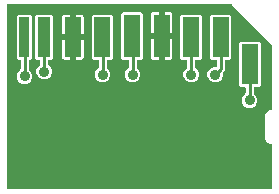
<source format=gbr>
G04 EAGLE Gerber RS-274X export*
G75*
%MOMM*%
%FSLAX34Y34*%
%LPD*%
%INBottom Copper*%
%IPPOS*%
%AMOC8*
5,1,8,0,0,1.08239X$1,22.5*%
G01*
%ADD10R,1.400000X3.400000*%
%ADD11R,1.400000X3.600000*%
%ADD12R,1.100000X3.400000*%
%ADD13R,0.900000X3.400000*%
%ADD14C,0.908000*%
%ADD15C,0.254000*%

G36*
X231228Y155682D02*
X231228Y155682D01*
X231347Y155689D01*
X231385Y155702D01*
X231426Y155707D01*
X231536Y155750D01*
X231649Y155787D01*
X231684Y155809D01*
X231721Y155824D01*
X231817Y155893D01*
X231918Y155957D01*
X231946Y155987D01*
X231979Y156010D01*
X232055Y156102D01*
X232136Y156189D01*
X232156Y156224D01*
X232181Y156255D01*
X232232Y156363D01*
X232290Y156467D01*
X232300Y156507D01*
X232317Y156543D01*
X232339Y156660D01*
X232369Y156775D01*
X232373Y156835D01*
X232377Y156855D01*
X232375Y156876D01*
X232379Y156936D01*
X232379Y193110D01*
X232364Y193228D01*
X232357Y193347D01*
X232344Y193385D01*
X232339Y193426D01*
X232296Y193536D01*
X232259Y193649D01*
X232237Y193684D01*
X232222Y193721D01*
X232153Y193817D01*
X232089Y193918D01*
X232059Y193946D01*
X232036Y193979D01*
X231944Y194055D01*
X231857Y194136D01*
X231822Y194156D01*
X231791Y194181D01*
X231683Y194232D01*
X231579Y194290D01*
X231539Y194300D01*
X231503Y194317D01*
X231386Y194339D01*
X231271Y194369D01*
X231211Y194373D01*
X231191Y194377D01*
X231170Y194375D01*
X231110Y194379D01*
X230449Y194379D01*
X228582Y195153D01*
X227153Y196582D01*
X226379Y198449D01*
X226379Y218471D01*
X227153Y220338D01*
X228582Y221767D01*
X230449Y222541D01*
X231110Y222541D01*
X231228Y222556D01*
X231347Y222563D01*
X231385Y222576D01*
X231426Y222581D01*
X231536Y222624D01*
X231649Y222661D01*
X231684Y222683D01*
X231721Y222698D01*
X231817Y222767D01*
X231918Y222831D01*
X231946Y222861D01*
X231979Y222884D01*
X232055Y222976D01*
X232136Y223063D01*
X232156Y223098D01*
X232181Y223129D01*
X232232Y223237D01*
X232290Y223341D01*
X232300Y223381D01*
X232317Y223417D01*
X232339Y223534D01*
X232369Y223649D01*
X232373Y223709D01*
X232377Y223729D01*
X232375Y223750D01*
X232379Y223810D01*
X232379Y277370D01*
X232367Y277468D01*
X232364Y277567D01*
X232347Y277625D01*
X232339Y277685D01*
X232303Y277777D01*
X232275Y277872D01*
X232245Y277925D01*
X232222Y277981D01*
X232164Y278061D01*
X232114Y278146D01*
X232048Y278222D01*
X232036Y278238D01*
X232026Y278246D01*
X232008Y278267D01*
X198267Y312008D01*
X198189Y312068D01*
X198117Y312136D01*
X198064Y312165D01*
X198016Y312202D01*
X197925Y312242D01*
X197838Y312290D01*
X197780Y312305D01*
X197724Y312329D01*
X197626Y312344D01*
X197530Y312369D01*
X197430Y312375D01*
X197410Y312379D01*
X197398Y312377D01*
X197370Y312379D01*
X8890Y312379D01*
X8772Y312364D01*
X8653Y312357D01*
X8615Y312344D01*
X8574Y312339D01*
X8464Y312296D01*
X8351Y312259D01*
X8316Y312237D01*
X8279Y312222D01*
X8183Y312153D01*
X8082Y312089D01*
X8054Y312059D01*
X8021Y312036D01*
X7945Y311944D01*
X7864Y311857D01*
X7844Y311822D01*
X7819Y311791D01*
X7768Y311683D01*
X7710Y311579D01*
X7700Y311539D01*
X7683Y311503D01*
X7661Y311386D01*
X7631Y311271D01*
X7627Y311211D01*
X7623Y311191D01*
X7625Y311170D01*
X7621Y311110D01*
X7621Y156936D01*
X7636Y156818D01*
X7643Y156699D01*
X7656Y156661D01*
X7661Y156620D01*
X7704Y156510D01*
X7741Y156397D01*
X7763Y156362D01*
X7778Y156325D01*
X7847Y156229D01*
X7911Y156128D01*
X7941Y156100D01*
X7964Y156067D01*
X8056Y155991D01*
X8143Y155910D01*
X8178Y155890D01*
X8209Y155865D01*
X8317Y155814D01*
X8421Y155756D01*
X8461Y155746D01*
X8497Y155729D01*
X8614Y155707D01*
X8729Y155677D01*
X8789Y155673D01*
X8809Y155669D01*
X8830Y155671D01*
X8890Y155667D01*
X231110Y155667D01*
X231228Y155682D01*
G37*
%LPC*%
G36*
X112993Y246157D02*
X112993Y246157D01*
X110577Y247158D01*
X108728Y249007D01*
X107727Y251423D01*
X107727Y254037D01*
X108728Y256453D01*
X110626Y258351D01*
X110686Y258429D01*
X110754Y258501D01*
X110783Y258554D01*
X110820Y258602D01*
X110860Y258693D01*
X110908Y258780D01*
X110923Y258838D01*
X110947Y258894D01*
X110962Y258992D01*
X110987Y259088D01*
X110993Y259188D01*
X110997Y259208D01*
X110995Y259220D01*
X110997Y259248D01*
X110997Y264258D01*
X110982Y264376D01*
X110975Y264495D01*
X110962Y264533D01*
X110957Y264574D01*
X110914Y264684D01*
X110877Y264797D01*
X110855Y264832D01*
X110840Y264869D01*
X110771Y264965D01*
X110707Y265066D01*
X110677Y265094D01*
X110654Y265127D01*
X110562Y265203D01*
X110475Y265284D01*
X110440Y265304D01*
X110409Y265329D01*
X110301Y265380D01*
X110197Y265438D01*
X110157Y265448D01*
X110121Y265465D01*
X110004Y265487D01*
X109889Y265517D01*
X109829Y265521D01*
X109809Y265525D01*
X109788Y265523D01*
X109728Y265527D01*
X105908Y265527D01*
X104717Y266718D01*
X104717Y304402D01*
X105908Y305593D01*
X121592Y305593D01*
X122783Y304402D01*
X122783Y266718D01*
X121592Y265527D01*
X118872Y265527D01*
X118754Y265512D01*
X118635Y265505D01*
X118597Y265492D01*
X118556Y265487D01*
X118446Y265444D01*
X118333Y265407D01*
X118298Y265385D01*
X118261Y265370D01*
X118165Y265301D01*
X118064Y265237D01*
X118036Y265207D01*
X118003Y265184D01*
X117927Y265092D01*
X117846Y265005D01*
X117826Y264970D01*
X117801Y264939D01*
X117750Y264831D01*
X117692Y264727D01*
X117682Y264687D01*
X117665Y264651D01*
X117643Y264534D01*
X117613Y264419D01*
X117609Y264359D01*
X117605Y264339D01*
X117607Y264318D01*
X117603Y264258D01*
X117603Y259248D01*
X117615Y259150D01*
X117618Y259051D01*
X117635Y258993D01*
X117643Y258933D01*
X117679Y258841D01*
X117707Y258746D01*
X117737Y258693D01*
X117760Y258637D01*
X117818Y258557D01*
X117868Y258472D01*
X117934Y258396D01*
X117946Y258380D01*
X117956Y258372D01*
X117974Y258351D01*
X119872Y256453D01*
X120873Y254037D01*
X120873Y251423D01*
X119872Y249007D01*
X118023Y247158D01*
X115607Y246157D01*
X112993Y246157D01*
G37*
%LPD*%
%LPC*%
G36*
X182843Y246157D02*
X182843Y246157D01*
X180427Y247158D01*
X178578Y249007D01*
X177577Y251423D01*
X177577Y254037D01*
X178578Y256453D01*
X180427Y258302D01*
X182843Y259303D01*
X184658Y259303D01*
X184776Y259318D01*
X184895Y259325D01*
X184933Y259338D01*
X184974Y259343D01*
X185084Y259386D01*
X185197Y259423D01*
X185232Y259445D01*
X185269Y259460D01*
X185365Y259529D01*
X185466Y259593D01*
X185494Y259623D01*
X185527Y259646D01*
X185603Y259738D01*
X185684Y259825D01*
X185704Y259860D01*
X185729Y259891D01*
X185780Y259999D01*
X185838Y260103D01*
X185848Y260143D01*
X185865Y260179D01*
X185887Y260296D01*
X185917Y260411D01*
X185921Y260471D01*
X185925Y260491D01*
X185923Y260512D01*
X185927Y260572D01*
X185927Y264258D01*
X185912Y264376D01*
X185905Y264495D01*
X185892Y264533D01*
X185887Y264574D01*
X185844Y264684D01*
X185807Y264797D01*
X185785Y264832D01*
X185770Y264869D01*
X185701Y264965D01*
X185637Y265066D01*
X185607Y265094D01*
X185584Y265127D01*
X185492Y265203D01*
X185405Y265284D01*
X185370Y265304D01*
X185339Y265329D01*
X185231Y265380D01*
X185127Y265438D01*
X185087Y265448D01*
X185051Y265465D01*
X184934Y265487D01*
X184819Y265517D01*
X184759Y265521D01*
X184739Y265525D01*
X184718Y265523D01*
X184658Y265527D01*
X180908Y265527D01*
X179717Y266718D01*
X179717Y302402D01*
X180908Y303593D01*
X196592Y303593D01*
X197783Y302402D01*
X197783Y266718D01*
X196592Y265527D01*
X193802Y265527D01*
X193684Y265512D01*
X193565Y265505D01*
X193527Y265492D01*
X193486Y265487D01*
X193376Y265444D01*
X193263Y265407D01*
X193228Y265385D01*
X193191Y265370D01*
X193095Y265301D01*
X192994Y265237D01*
X192966Y265207D01*
X192933Y265184D01*
X192857Y265092D01*
X192776Y265005D01*
X192756Y264970D01*
X192731Y264939D01*
X192680Y264831D01*
X192622Y264727D01*
X192612Y264687D01*
X192595Y264651D01*
X192573Y264534D01*
X192543Y264419D01*
X192539Y264359D01*
X192535Y264339D01*
X192537Y264318D01*
X192533Y264258D01*
X192533Y256442D01*
X191094Y255004D01*
X191034Y254925D01*
X190966Y254853D01*
X190937Y254800D01*
X190900Y254752D01*
X190860Y254661D01*
X190812Y254575D01*
X190797Y254516D01*
X190773Y254461D01*
X190758Y254363D01*
X190733Y254267D01*
X190727Y254167D01*
X190723Y254146D01*
X190725Y254134D01*
X190723Y254106D01*
X190723Y251423D01*
X189722Y249007D01*
X187873Y247158D01*
X185457Y246157D01*
X182843Y246157D01*
G37*
%LPD*%
%LPC*%
G36*
X162523Y246157D02*
X162523Y246157D01*
X160107Y247158D01*
X158258Y249007D01*
X157257Y251423D01*
X157257Y254037D01*
X158258Y256453D01*
X160156Y258351D01*
X160216Y258429D01*
X160284Y258501D01*
X160313Y258554D01*
X160350Y258602D01*
X160390Y258693D01*
X160438Y258780D01*
X160453Y258838D01*
X160477Y258894D01*
X160492Y258992D01*
X160517Y259088D01*
X160523Y259188D01*
X160527Y259208D01*
X160525Y259220D01*
X160527Y259248D01*
X160527Y264258D01*
X160512Y264376D01*
X160505Y264495D01*
X160492Y264533D01*
X160487Y264574D01*
X160444Y264684D01*
X160407Y264797D01*
X160385Y264832D01*
X160370Y264869D01*
X160301Y264965D01*
X160237Y265066D01*
X160207Y265094D01*
X160184Y265127D01*
X160092Y265203D01*
X160005Y265284D01*
X159970Y265304D01*
X159939Y265329D01*
X159831Y265380D01*
X159727Y265438D01*
X159687Y265448D01*
X159651Y265465D01*
X159534Y265487D01*
X159419Y265517D01*
X159359Y265521D01*
X159339Y265525D01*
X159318Y265523D01*
X159258Y265527D01*
X155908Y265527D01*
X154717Y266718D01*
X154717Y302402D01*
X155908Y303593D01*
X171592Y303593D01*
X172783Y302402D01*
X172783Y266718D01*
X171592Y265527D01*
X168402Y265527D01*
X168284Y265512D01*
X168165Y265505D01*
X168127Y265492D01*
X168086Y265487D01*
X167976Y265444D01*
X167863Y265407D01*
X167828Y265385D01*
X167791Y265370D01*
X167695Y265301D01*
X167594Y265237D01*
X167566Y265207D01*
X167533Y265184D01*
X167457Y265092D01*
X167376Y265005D01*
X167356Y264970D01*
X167331Y264939D01*
X167280Y264831D01*
X167222Y264727D01*
X167212Y264687D01*
X167195Y264651D01*
X167173Y264534D01*
X167143Y264419D01*
X167139Y264359D01*
X167135Y264339D01*
X167137Y264318D01*
X167133Y264258D01*
X167133Y259248D01*
X167145Y259150D01*
X167148Y259051D01*
X167165Y258993D01*
X167173Y258933D01*
X167209Y258841D01*
X167237Y258746D01*
X167267Y258693D01*
X167290Y258637D01*
X167348Y258557D01*
X167398Y258472D01*
X167464Y258396D01*
X167476Y258380D01*
X167486Y258372D01*
X167504Y258351D01*
X169402Y256453D01*
X170403Y254037D01*
X170403Y251423D01*
X169402Y249007D01*
X167553Y247158D01*
X165137Y246157D01*
X162523Y246157D01*
G37*
%LPD*%
%LPC*%
G36*
X87593Y246157D02*
X87593Y246157D01*
X85177Y247158D01*
X83328Y249007D01*
X82327Y251423D01*
X82327Y254037D01*
X83328Y256453D01*
X85226Y258351D01*
X85286Y258429D01*
X85354Y258501D01*
X85383Y258554D01*
X85420Y258602D01*
X85460Y258693D01*
X85508Y258780D01*
X85523Y258838D01*
X85547Y258894D01*
X85562Y258992D01*
X85587Y259088D01*
X85593Y259188D01*
X85597Y259208D01*
X85595Y259220D01*
X85597Y259248D01*
X85597Y264258D01*
X85582Y264376D01*
X85575Y264495D01*
X85562Y264533D01*
X85557Y264574D01*
X85514Y264684D01*
X85477Y264797D01*
X85455Y264832D01*
X85440Y264869D01*
X85371Y264965D01*
X85307Y265066D01*
X85277Y265094D01*
X85254Y265127D01*
X85162Y265203D01*
X85075Y265284D01*
X85040Y265304D01*
X85009Y265329D01*
X84901Y265380D01*
X84797Y265438D01*
X84757Y265448D01*
X84721Y265465D01*
X84604Y265487D01*
X84489Y265517D01*
X84429Y265521D01*
X84409Y265525D01*
X84388Y265523D01*
X84328Y265527D01*
X80908Y265527D01*
X79717Y266718D01*
X79717Y302402D01*
X80908Y303593D01*
X96592Y303593D01*
X97783Y302402D01*
X97783Y266718D01*
X96592Y265527D01*
X93472Y265527D01*
X93354Y265512D01*
X93235Y265505D01*
X93197Y265492D01*
X93156Y265487D01*
X93046Y265444D01*
X92933Y265407D01*
X92898Y265385D01*
X92861Y265370D01*
X92765Y265301D01*
X92664Y265237D01*
X92636Y265207D01*
X92603Y265184D01*
X92527Y265092D01*
X92446Y265005D01*
X92426Y264970D01*
X92401Y264939D01*
X92350Y264831D01*
X92292Y264727D01*
X92282Y264687D01*
X92265Y264651D01*
X92243Y264534D01*
X92213Y264419D01*
X92209Y264359D01*
X92205Y264339D01*
X92207Y264318D01*
X92203Y264258D01*
X92203Y259248D01*
X92215Y259150D01*
X92218Y259051D01*
X92235Y258993D01*
X92243Y258933D01*
X92279Y258841D01*
X92307Y258746D01*
X92337Y258693D01*
X92360Y258637D01*
X92418Y258557D01*
X92468Y258472D01*
X92534Y258396D01*
X92546Y258380D01*
X92556Y258372D01*
X92574Y258351D01*
X94472Y256453D01*
X95473Y254037D01*
X95473Y251423D01*
X94472Y249007D01*
X92623Y247158D01*
X90207Y246157D01*
X87593Y246157D01*
G37*
%LPD*%
%LPC*%
G36*
X212053Y224567D02*
X212053Y224567D01*
X209637Y225568D01*
X207788Y227417D01*
X206787Y229833D01*
X206787Y232447D01*
X207788Y234863D01*
X209686Y236761D01*
X209746Y236839D01*
X209814Y236911D01*
X209843Y236964D01*
X209880Y237012D01*
X209920Y237103D01*
X209968Y237190D01*
X209983Y237248D01*
X210007Y237304D01*
X210022Y237402D01*
X210047Y237498D01*
X210053Y237598D01*
X210057Y237618D01*
X210055Y237630D01*
X210057Y237658D01*
X210057Y241258D01*
X210042Y241376D01*
X210035Y241495D01*
X210022Y241533D01*
X210017Y241574D01*
X209974Y241684D01*
X209937Y241797D01*
X209915Y241832D01*
X209900Y241869D01*
X209831Y241965D01*
X209767Y242066D01*
X209737Y242094D01*
X209714Y242127D01*
X209622Y242203D01*
X209535Y242284D01*
X209500Y242304D01*
X209469Y242329D01*
X209361Y242380D01*
X209257Y242438D01*
X209217Y242448D01*
X209181Y242465D01*
X209064Y242487D01*
X208949Y242517D01*
X208889Y242521D01*
X208869Y242525D01*
X208848Y242523D01*
X208788Y242527D01*
X205908Y242527D01*
X204717Y243718D01*
X204717Y279402D01*
X205908Y280593D01*
X221592Y280593D01*
X222783Y279402D01*
X222783Y243718D01*
X221592Y242527D01*
X217932Y242527D01*
X217814Y242512D01*
X217695Y242505D01*
X217657Y242492D01*
X217616Y242487D01*
X217506Y242444D01*
X217393Y242407D01*
X217358Y242385D01*
X217321Y242370D01*
X217225Y242301D01*
X217124Y242237D01*
X217096Y242207D01*
X217063Y242184D01*
X216987Y242092D01*
X216906Y242005D01*
X216886Y241970D01*
X216861Y241939D01*
X216810Y241831D01*
X216752Y241727D01*
X216742Y241687D01*
X216725Y241651D01*
X216703Y241534D01*
X216673Y241419D01*
X216669Y241359D01*
X216665Y241339D01*
X216667Y241318D01*
X216663Y241258D01*
X216663Y237658D01*
X216675Y237560D01*
X216678Y237461D01*
X216695Y237403D01*
X216703Y237343D01*
X216739Y237251D01*
X216767Y237156D01*
X216797Y237103D01*
X216820Y237047D01*
X216878Y236967D01*
X216928Y236882D01*
X216994Y236806D01*
X217006Y236790D01*
X217016Y236782D01*
X217034Y236761D01*
X218932Y234863D01*
X219933Y232447D01*
X219933Y229833D01*
X218932Y227417D01*
X217083Y225568D01*
X214667Y224567D01*
X212053Y224567D01*
G37*
%LPD*%
%LPC*%
G36*
X38063Y248697D02*
X38063Y248697D01*
X35647Y249698D01*
X33798Y251547D01*
X32797Y253963D01*
X32797Y256577D01*
X33798Y258993D01*
X35696Y260891D01*
X35756Y260969D01*
X35824Y261041D01*
X35853Y261094D01*
X35890Y261142D01*
X35930Y261233D01*
X35978Y261320D01*
X35993Y261378D01*
X36017Y261434D01*
X36032Y261532D01*
X36057Y261628D01*
X36063Y261728D01*
X36067Y261748D01*
X36065Y261760D01*
X36067Y261788D01*
X36067Y264258D01*
X36052Y264376D01*
X36045Y264495D01*
X36032Y264533D01*
X36027Y264574D01*
X35984Y264684D01*
X35947Y264797D01*
X35925Y264832D01*
X35910Y264869D01*
X35841Y264965D01*
X35777Y265066D01*
X35747Y265094D01*
X35724Y265127D01*
X35632Y265203D01*
X35545Y265284D01*
X35510Y265304D01*
X35479Y265329D01*
X35371Y265380D01*
X35267Y265438D01*
X35227Y265448D01*
X35191Y265465D01*
X35074Y265487D01*
X34959Y265517D01*
X34899Y265521D01*
X34879Y265525D01*
X34858Y265523D01*
X34798Y265527D01*
X33158Y265527D01*
X31967Y266718D01*
X31967Y302402D01*
X33158Y303593D01*
X45842Y303593D01*
X47033Y302402D01*
X47033Y266718D01*
X45842Y265527D01*
X43942Y265527D01*
X43824Y265512D01*
X43705Y265505D01*
X43667Y265492D01*
X43626Y265487D01*
X43516Y265444D01*
X43403Y265407D01*
X43368Y265385D01*
X43331Y265370D01*
X43235Y265301D01*
X43134Y265237D01*
X43106Y265207D01*
X43073Y265184D01*
X42997Y265092D01*
X42916Y265005D01*
X42896Y264970D01*
X42871Y264939D01*
X42820Y264831D01*
X42762Y264727D01*
X42752Y264687D01*
X42735Y264651D01*
X42713Y264534D01*
X42683Y264419D01*
X42679Y264359D01*
X42675Y264339D01*
X42677Y264318D01*
X42673Y264258D01*
X42673Y261788D01*
X42685Y261690D01*
X42688Y261591D01*
X42705Y261533D01*
X42713Y261473D01*
X42749Y261381D01*
X42777Y261286D01*
X42807Y261233D01*
X42830Y261177D01*
X42888Y261097D01*
X42938Y261012D01*
X43004Y260936D01*
X43016Y260920D01*
X43026Y260912D01*
X43044Y260891D01*
X44942Y258993D01*
X45943Y256577D01*
X45943Y253963D01*
X44942Y251547D01*
X43093Y249698D01*
X40677Y248697D01*
X38063Y248697D01*
G37*
%LPD*%
%LPC*%
G36*
X21553Y244887D02*
X21553Y244887D01*
X19137Y245888D01*
X17288Y247737D01*
X16287Y250153D01*
X16287Y252767D01*
X17288Y255183D01*
X19186Y257081D01*
X19246Y257159D01*
X19314Y257231D01*
X19343Y257284D01*
X19380Y257332D01*
X19420Y257423D01*
X19468Y257510D01*
X19483Y257568D01*
X19507Y257624D01*
X19522Y257722D01*
X19547Y257818D01*
X19553Y257918D01*
X19557Y257938D01*
X19555Y257950D01*
X19557Y257978D01*
X19557Y264258D01*
X19542Y264376D01*
X19535Y264495D01*
X19522Y264533D01*
X19517Y264574D01*
X19474Y264684D01*
X19437Y264797D01*
X19415Y264832D01*
X19400Y264869D01*
X19331Y264965D01*
X19267Y265066D01*
X19237Y265094D01*
X19214Y265127D01*
X19122Y265203D01*
X19035Y265284D01*
X19000Y265304D01*
X18969Y265329D01*
X18861Y265380D01*
X18757Y265438D01*
X18717Y265448D01*
X18681Y265465D01*
X18564Y265487D01*
X18449Y265517D01*
X18389Y265521D01*
X18369Y265525D01*
X18348Y265523D01*
X18288Y265527D01*
X17158Y265527D01*
X15967Y266718D01*
X15967Y302402D01*
X17158Y303593D01*
X27842Y303593D01*
X29033Y302402D01*
X29033Y266718D01*
X27842Y265527D01*
X27432Y265527D01*
X27314Y265512D01*
X27195Y265505D01*
X27157Y265492D01*
X27116Y265487D01*
X27006Y265444D01*
X26893Y265407D01*
X26858Y265385D01*
X26821Y265370D01*
X26725Y265301D01*
X26624Y265237D01*
X26596Y265207D01*
X26563Y265184D01*
X26487Y265092D01*
X26406Y265005D01*
X26386Y264970D01*
X26361Y264939D01*
X26310Y264831D01*
X26252Y264727D01*
X26242Y264687D01*
X26225Y264651D01*
X26203Y264534D01*
X26173Y264419D01*
X26169Y264359D01*
X26165Y264339D01*
X26167Y264318D01*
X26163Y264258D01*
X26163Y257978D01*
X26175Y257880D01*
X26178Y257781D01*
X26195Y257723D01*
X26203Y257663D01*
X26239Y257571D01*
X26267Y257476D01*
X26297Y257423D01*
X26320Y257367D01*
X26378Y257287D01*
X26428Y257202D01*
X26494Y257126D01*
X26506Y257110D01*
X26516Y257102D01*
X26534Y257081D01*
X28432Y255183D01*
X29433Y252767D01*
X29433Y250153D01*
X28432Y247737D01*
X26583Y245888D01*
X24167Y244887D01*
X21553Y244887D01*
G37*
%LPD*%
%LPC*%
G36*
X141289Y288099D02*
X141289Y288099D01*
X141289Y305593D01*
X146018Y305593D01*
X146535Y305454D01*
X146998Y305187D01*
X147377Y304808D01*
X147644Y304345D01*
X147783Y303828D01*
X147783Y288099D01*
X141289Y288099D01*
G37*
%LPD*%
%LPC*%
G36*
X141289Y265527D02*
X141289Y265527D01*
X141289Y283021D01*
X147783Y283021D01*
X147783Y267292D01*
X147644Y266775D01*
X147377Y266312D01*
X146998Y265933D01*
X146535Y265666D01*
X146018Y265527D01*
X141289Y265527D01*
G37*
%LPD*%
%LPC*%
G36*
X131482Y265527D02*
X131482Y265527D01*
X130965Y265666D01*
X130502Y265933D01*
X130123Y266312D01*
X129856Y266775D01*
X129717Y267292D01*
X129717Y283021D01*
X136211Y283021D01*
X136211Y265527D01*
X131482Y265527D01*
G37*
%LPD*%
%LPC*%
G36*
X129717Y288099D02*
X129717Y288099D01*
X129717Y303828D01*
X129856Y304345D01*
X130123Y304808D01*
X130502Y305187D01*
X130965Y305454D01*
X131482Y305593D01*
X136211Y305593D01*
X136211Y288099D01*
X129717Y288099D01*
G37*
%LPD*%
%LPC*%
G36*
X66289Y287099D02*
X66289Y287099D01*
X66289Y303593D01*
X71018Y303593D01*
X71535Y303454D01*
X71998Y303187D01*
X72377Y302808D01*
X72644Y302345D01*
X72783Y301828D01*
X72783Y287099D01*
X66289Y287099D01*
G37*
%LPD*%
%LPC*%
G36*
X66289Y265527D02*
X66289Y265527D01*
X66289Y282021D01*
X72783Y282021D01*
X72783Y267292D01*
X72644Y266775D01*
X72377Y266312D01*
X71998Y265933D01*
X71535Y265666D01*
X71018Y265527D01*
X66289Y265527D01*
G37*
%LPD*%
%LPC*%
G36*
X56482Y265527D02*
X56482Y265527D01*
X55965Y265666D01*
X55502Y265933D01*
X55123Y266312D01*
X54856Y266775D01*
X54717Y267292D01*
X54717Y282021D01*
X61211Y282021D01*
X61211Y265527D01*
X56482Y265527D01*
G37*
%LPD*%
%LPC*%
G36*
X54717Y287099D02*
X54717Y287099D01*
X54717Y301828D01*
X54856Y302345D01*
X55123Y302808D01*
X55502Y303187D01*
X55965Y303454D01*
X56482Y303593D01*
X61211Y303593D01*
X61211Y287099D01*
X54717Y287099D01*
G37*
%LPD*%
%LPC*%
G36*
X138749Y285559D02*
X138749Y285559D01*
X138749Y285561D01*
X138751Y285561D01*
X138751Y285559D01*
X138749Y285559D01*
G37*
%LPD*%
%LPC*%
G36*
X63749Y284559D02*
X63749Y284559D01*
X63749Y284561D01*
X63751Y284561D01*
X63751Y284559D01*
X63749Y284559D01*
G37*
%LPD*%
D10*
X63750Y284560D03*
X88750Y284560D03*
D11*
X113750Y285560D03*
X138750Y285560D03*
D10*
X163750Y284560D03*
X188750Y284560D03*
X213750Y261560D03*
D12*
X39500Y284560D03*
D13*
X22500Y284560D03*
D14*
X184150Y252730D03*
D15*
X189230Y257810D01*
X189230Y284080D01*
X188750Y284560D01*
D14*
X163830Y252730D03*
D15*
X163830Y284480D01*
X163750Y284560D01*
D14*
X114300Y252730D03*
D15*
X114300Y285010D01*
X113750Y285560D01*
D14*
X88900Y252730D03*
D15*
X88900Y284410D01*
X88750Y284560D01*
D14*
X39370Y255270D03*
D15*
X39370Y284430D01*
X39500Y284560D01*
D14*
X22860Y251460D03*
D15*
X22860Y284200D01*
X22500Y284560D01*
D14*
X213360Y231140D03*
D15*
X213360Y261170D01*
X213750Y261560D01*
D14*
X85090Y220980D03*
D15*
X85090Y223520D01*
D14*
X200660Y166370D03*
D15*
X203200Y166370D01*
D14*
X40640Y173736D03*
D15*
X37846Y173736D01*
M02*

</source>
